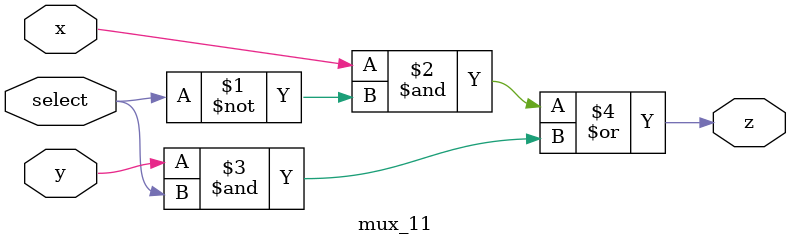
<source format=v>
module mux_11(select,x,y,z);
input select,x,y;
output z;
assign z=(x & ~select) | (y & select);
endmodule
</source>
